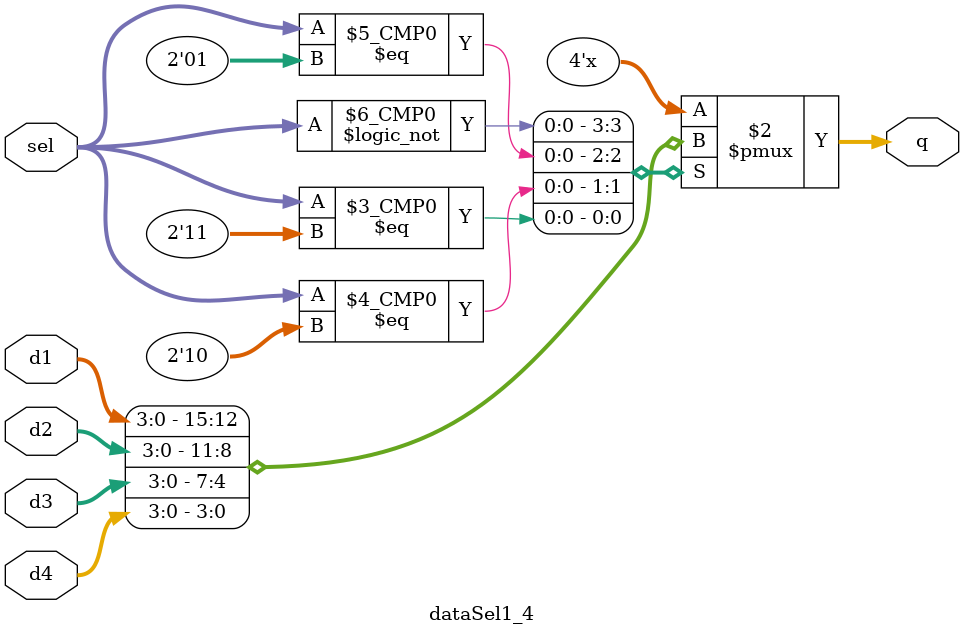
<source format=v>
`timescale 1ns / 1ps
module dataSel1_4(
    output reg [3:0] q,
    input [1:0] sel,
    input [3:0] d1,
    input [3:0] d2,
    input [3:0] d3,
    input [3:0] d4
    );
	always @(sel) begin
		case(sel)
		0: q<= d1;
		1: q<= d2;
		2: q<= d3;
		3: q<= d4;
	endcase
	end
endmodule

</source>
